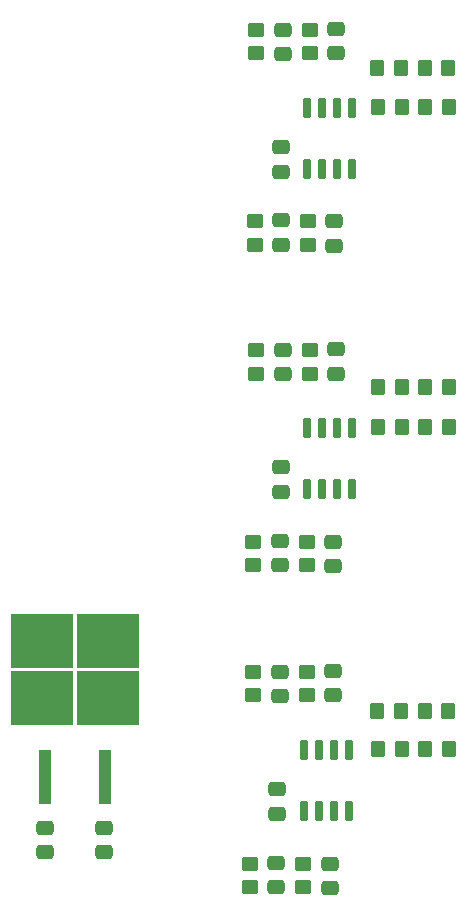
<source format=gbr>
%TF.GenerationSoftware,KiCad,Pcbnew,(6.0.7)*%
%TF.CreationDate,2023-02-22T11:31:18+02:00*%
%TF.ProjectId,Lamps_Type5,4c616d70-735f-4547-9970-65352e6b6963,rev?*%
%TF.SameCoordinates,Original*%
%TF.FileFunction,Paste,Top*%
%TF.FilePolarity,Positive*%
%FSLAX46Y46*%
G04 Gerber Fmt 4.6, Leading zero omitted, Abs format (unit mm)*
G04 Created by KiCad (PCBNEW (6.0.7)) date 2023-02-22 11:31:18*
%MOMM*%
%LPD*%
G01*
G04 APERTURE LIST*
G04 Aperture macros list*
%AMRoundRect*
0 Rectangle with rounded corners*
0 $1 Rounding radius*
0 $2 $3 $4 $5 $6 $7 $8 $9 X,Y pos of 4 corners*
0 Add a 4 corners polygon primitive as box body*
4,1,4,$2,$3,$4,$5,$6,$7,$8,$9,$2,$3,0*
0 Add four circle primitives for the rounded corners*
1,1,$1+$1,$2,$3*
1,1,$1+$1,$4,$5*
1,1,$1+$1,$6,$7*
1,1,$1+$1,$8,$9*
0 Add four rect primitives between the rounded corners*
20,1,$1+$1,$2,$3,$4,$5,0*
20,1,$1+$1,$4,$5,$6,$7,0*
20,1,$1+$1,$6,$7,$8,$9,0*
20,1,$1+$1,$8,$9,$2,$3,0*%
G04 Aperture macros list end*
%ADD10RoundRect,0.250000X0.450000X-0.350000X0.450000X0.350000X-0.450000X0.350000X-0.450000X-0.350000X0*%
%ADD11RoundRect,0.250000X-0.475000X0.337500X-0.475000X-0.337500X0.475000X-0.337500X0.475000X0.337500X0*%
%ADD12RoundRect,0.150000X-0.150000X0.725000X-0.150000X-0.725000X0.150000X-0.725000X0.150000X0.725000X0*%
%ADD13RoundRect,0.250000X0.475000X-0.337500X0.475000X0.337500X-0.475000X0.337500X-0.475000X-0.337500X0*%
%ADD14RoundRect,0.250000X-0.350000X-0.450000X0.350000X-0.450000X0.350000X0.450000X-0.350000X0.450000X0*%
%ADD15RoundRect,0.250000X-0.450000X0.350000X-0.450000X-0.350000X0.450000X-0.350000X0.450000X0.350000X0*%
%ADD16R,1.100000X4.600000*%
%ADD17R,5.250000X4.550000*%
G04 APERTURE END LIST*
D10*
%TO.C,R3*%
X197770000Y-73265000D03*
X197770000Y-75265000D03*
%TD*%
%TO.C,R1*%
X197770000Y-48160000D03*
X197770000Y-46160000D03*
%TD*%
D11*
%TO.C,C5*%
X200020000Y-46160000D03*
X200020000Y-48235000D03*
%TD*%
D12*
%TO.C,U2*%
X205820000Y-85015000D03*
X204550000Y-85015000D03*
X203280000Y-85015000D03*
X202010000Y-85015000D03*
X202010000Y-79865000D03*
X203280000Y-79865000D03*
X204550000Y-79865000D03*
X205820000Y-79865000D03*
%TD*%
D11*
%TO.C,C19*%
X199770000Y-102590000D03*
X199770000Y-100515000D03*
%TD*%
D10*
%TO.C,R24*%
X201710000Y-116765000D03*
X201710000Y-118765000D03*
%TD*%
D11*
%TO.C,C13*%
X204260000Y-91585000D03*
X204260000Y-89510000D03*
%TD*%
D13*
%TO.C,C21*%
X204270000Y-100440000D03*
X204270000Y-102515000D03*
%TD*%
D14*
%TO.C,R28*%
X210070000Y-107015000D03*
X208070000Y-107015000D03*
%TD*%
D11*
%TO.C,C7*%
X200020000Y-75340000D03*
X200020000Y-73265000D03*
%TD*%
D13*
%TO.C,C20*%
X199460000Y-116690000D03*
X199460000Y-118765000D03*
%TD*%
D14*
%TO.C,R9*%
X212010000Y-49410000D03*
X214010000Y-49410000D03*
%TD*%
%TO.C,R14*%
X208070000Y-76410000D03*
X210070000Y-76410000D03*
%TD*%
%TO.C,R11*%
X212070000Y-52660000D03*
X214070000Y-52660000D03*
%TD*%
D13*
%TO.C,C12*%
X204520000Y-73190000D03*
X204520000Y-75265000D03*
%TD*%
D15*
%TO.C,R5*%
X202270000Y-48160000D03*
X202270000Y-46160000D03*
%TD*%
%TO.C,R2*%
X197610000Y-62372500D03*
X197610000Y-64372500D03*
%TD*%
D11*
%TO.C,C11*%
X204360000Y-62372500D03*
X204360000Y-64447500D03*
%TD*%
D13*
%TO.C,C1*%
X199820000Y-58160000D03*
X199820000Y-56085000D03*
%TD*%
D14*
%TO.C,R10*%
X208010000Y-49410000D03*
X210010000Y-49410000D03*
%TD*%
D13*
%TO.C,C3*%
X199520000Y-110440000D03*
X199520000Y-112515000D03*
%TD*%
D14*
%TO.C,R27*%
X214070000Y-107015000D03*
X212070000Y-107015000D03*
%TD*%
%TO.C,R25*%
X214010000Y-103810000D03*
X212010000Y-103810000D03*
%TD*%
D13*
%TO.C,C2*%
X199820000Y-83190000D03*
X199820000Y-85265000D03*
%TD*%
D14*
%TO.C,R12*%
X208070000Y-52660000D03*
X210070000Y-52660000D03*
%TD*%
D11*
%TO.C,C23*%
X179875000Y-115800000D03*
X179875000Y-113725000D03*
%TD*%
D14*
%TO.C,R13*%
X212070000Y-76410000D03*
X214070000Y-76410000D03*
%TD*%
D15*
%TO.C,R23*%
X202020000Y-102515000D03*
X202020000Y-100515000D03*
%TD*%
%TO.C,R7*%
X202270000Y-75265000D03*
X202270000Y-73265000D03*
%TD*%
D10*
%TO.C,R8*%
X202010000Y-89510000D03*
X202010000Y-91510000D03*
%TD*%
D13*
%TO.C,C10*%
X204520000Y-48160000D03*
X204520000Y-46085000D03*
%TD*%
D15*
%TO.C,R4*%
X197510000Y-91510000D03*
X197510000Y-89510000D03*
%TD*%
D10*
%TO.C,R21*%
X197520000Y-100515000D03*
X197520000Y-102515000D03*
%TD*%
D16*
%TO.C,U7*%
X184940000Y-109450000D03*
X179860000Y-109450000D03*
D17*
X179625000Y-102725000D03*
X185175000Y-97875000D03*
X179625000Y-97875000D03*
X185175000Y-102725000D03*
%TD*%
D13*
%TO.C,C8*%
X199760000Y-89435000D03*
X199760000Y-91510000D03*
%TD*%
D12*
%TO.C,U1*%
X205880000Y-52760000D03*
X204610000Y-52760000D03*
X203340000Y-52760000D03*
X202070000Y-52760000D03*
X202070000Y-57910000D03*
X203340000Y-57910000D03*
X204610000Y-57910000D03*
X205880000Y-57910000D03*
%TD*%
D13*
%TO.C,C6*%
X199860000Y-64372500D03*
X199860000Y-62297500D03*
%TD*%
D12*
%TO.C,U3*%
X205570000Y-112265000D03*
X204300000Y-112265000D03*
X203030000Y-112265000D03*
X201760000Y-112265000D03*
X201760000Y-107115000D03*
X203030000Y-107115000D03*
X204300000Y-107115000D03*
X205570000Y-107115000D03*
%TD*%
D11*
%TO.C,C26*%
X184875000Y-115800000D03*
X184875000Y-113725000D03*
%TD*%
D10*
%TO.C,R6*%
X202110000Y-64372500D03*
X202110000Y-62372500D03*
%TD*%
D11*
%TO.C,C22*%
X203960000Y-118840000D03*
X203960000Y-116765000D03*
%TD*%
D14*
%TO.C,R15*%
X214070000Y-79765000D03*
X212070000Y-79765000D03*
%TD*%
%TO.C,R16*%
X210070000Y-79765000D03*
X208070000Y-79765000D03*
%TD*%
%TO.C,R26*%
X210010000Y-103810000D03*
X208010000Y-103810000D03*
%TD*%
D15*
%TO.C,R22*%
X197210000Y-118765000D03*
X197210000Y-116765000D03*
%TD*%
M02*

</source>
